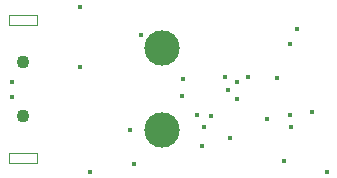
<source format=gbr>
G04 PROTEUS GERBER X2 FILE*
%TF.GenerationSoftware,Labcenter,Proteus,8.5-SP0-Build22067*%
%TF.CreationDate,2018-05-10T14:10:55+00:00*%
%TF.FileFunction,Plated,1,16,PTH*%
%TF.FilePolarity,Positive*%
%TF.Part,Single*%
%FSLAX45Y45*%
%MOMM*%
G01*
%TA.AperFunction,ViaDrill*%
%ADD81C,0.381000*%
%TA.AperFunction,MechanicalDrill*%
%ADD82C,1.100000*%
%TA.AperFunction,Slot*%
%ADD83C,0.100000*%
%TA.AperFunction,MechanicalDrill*%
%ADD84C,3.000000*%
D81*
X-1270000Y-63500D03*
X-1270000Y+63500D03*
X+1079500Y+381000D03*
X-698500Y+190500D03*
X+1397000Y-698500D03*
X-610000Y-698500D03*
X+637672Y-88442D03*
X+335655Y-483779D03*
X-271373Y-346005D03*
X+553720Y-5080D03*
X+177800Y+88900D03*
X+1030000Y-610000D03*
X-698500Y+698500D03*
X+723900Y+104140D03*
X+352140Y-317500D03*
X-238760Y-635000D03*
X+571500Y-414020D03*
X+410000Y-230000D03*
X+1270000Y-190500D03*
X+889000Y-254000D03*
X+1143000Y+508000D03*
X+1090263Y-324591D03*
X+970000Y+90000D03*
X+1084580Y-218440D03*
X+170000Y-60000D03*
X+294488Y-221954D03*
X+635000Y+63500D03*
X+533936Y+100404D03*
X-180329Y+461239D03*
D82*
X-1180000Y-230000D03*
X-1180000Y+230000D03*
D83*
X-1300000Y-625000D02*
X-1300000Y-545000D01*
X-1060000Y-545000D01*
X-1060000Y-625000D01*
X-1300000Y-625000D01*
X-1300000Y+545000D02*
X-1300000Y+625000D01*
X-1060000Y+625000D01*
X-1060000Y+545000D01*
X-1300000Y+545000D01*
D84*
X+0Y+350000D03*
X+0Y-350000D03*
M02*

</source>
